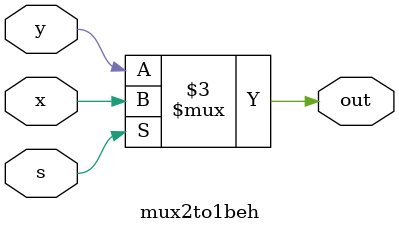
<source format=v>
module mux2to1beh(x,y,s,out);
	input x,y,s;
	output reg out;
	always @(s,x,y)
		if(s)
			out<=x;
		else
			out<=y;
endmodule

</source>
